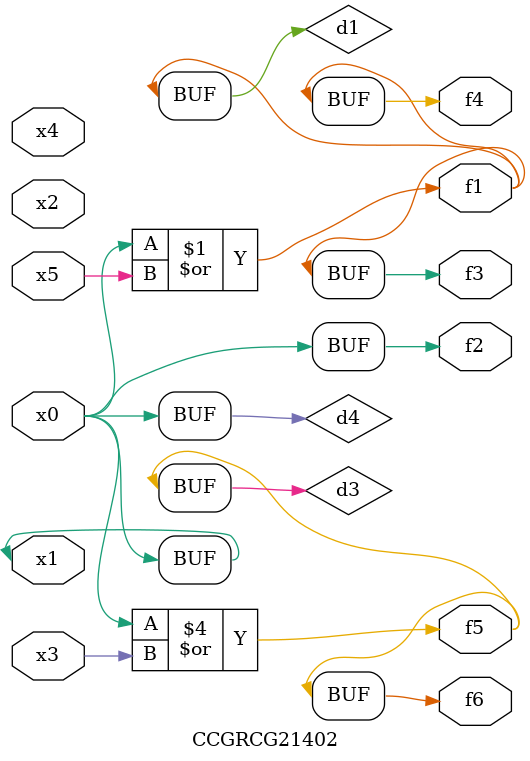
<source format=v>
module CCGRCG21402(
	input x0, x1, x2, x3, x4, x5,
	output f1, f2, f3, f4, f5, f6
);

	wire d1, d2, d3, d4;

	or (d1, x0, x5);
	xnor (d2, x1, x4);
	or (d3, x0, x3);
	buf (d4, x0, x1);
	assign f1 = d1;
	assign f2 = d4;
	assign f3 = d1;
	assign f4 = d1;
	assign f5 = d3;
	assign f6 = d3;
endmodule

</source>
